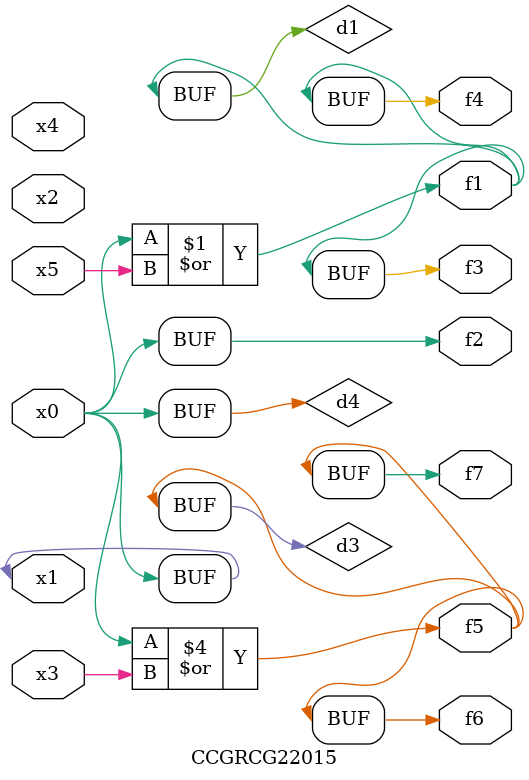
<source format=v>
module CCGRCG22015(
	input x0, x1, x2, x3, x4, x5,
	output f1, f2, f3, f4, f5, f6, f7
);

	wire d1, d2, d3, d4;

	or (d1, x0, x5);
	xnor (d2, x1, x4);
	or (d3, x0, x3);
	buf (d4, x0, x1);
	assign f1 = d1;
	assign f2 = d4;
	assign f3 = d1;
	assign f4 = d1;
	assign f5 = d3;
	assign f6 = d3;
	assign f7 = d3;
endmodule

</source>
